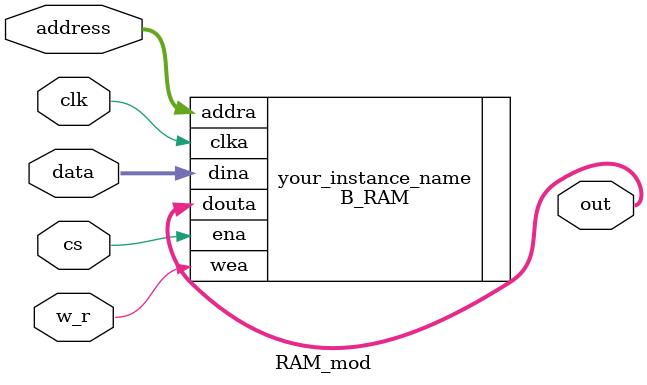
<source format=v>
`timescale 1ns / 1ps
module RAM_mod(
    input [7:0] address,
    input [7:0] data,
    input w_r,
    input clk,
    input cs,
    output [7:0] out
    );
B_RAM your_instance_name (
  .clka(clk), // input clka
  .ena(cs), // input ena
  .wea(w_r), // input [0 : 0] wea
  .addra(address), // input [7 : 0] addra
  .dina(data), // input [7 : 0] dina
  .douta(out) // output [7 : 0] douta
);

endmodule

</source>
